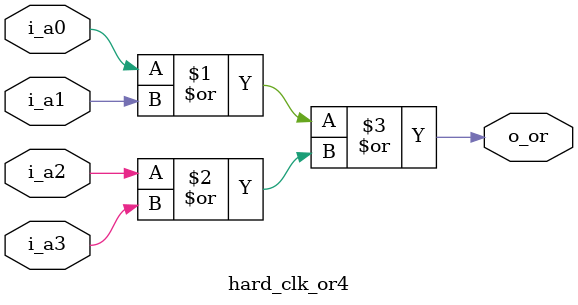
<source format=v>

module hard_clk_or4
(
  input   i_a0   ,
  input   i_a1   ,
  input   i_a2   ,
  input   i_a3   ,
  output  o_or
) ;

assign  o_or  =   ( i_a0 | i_a1 ) | ( i_a2 | i_a3 ) ;

endmodule


</source>
